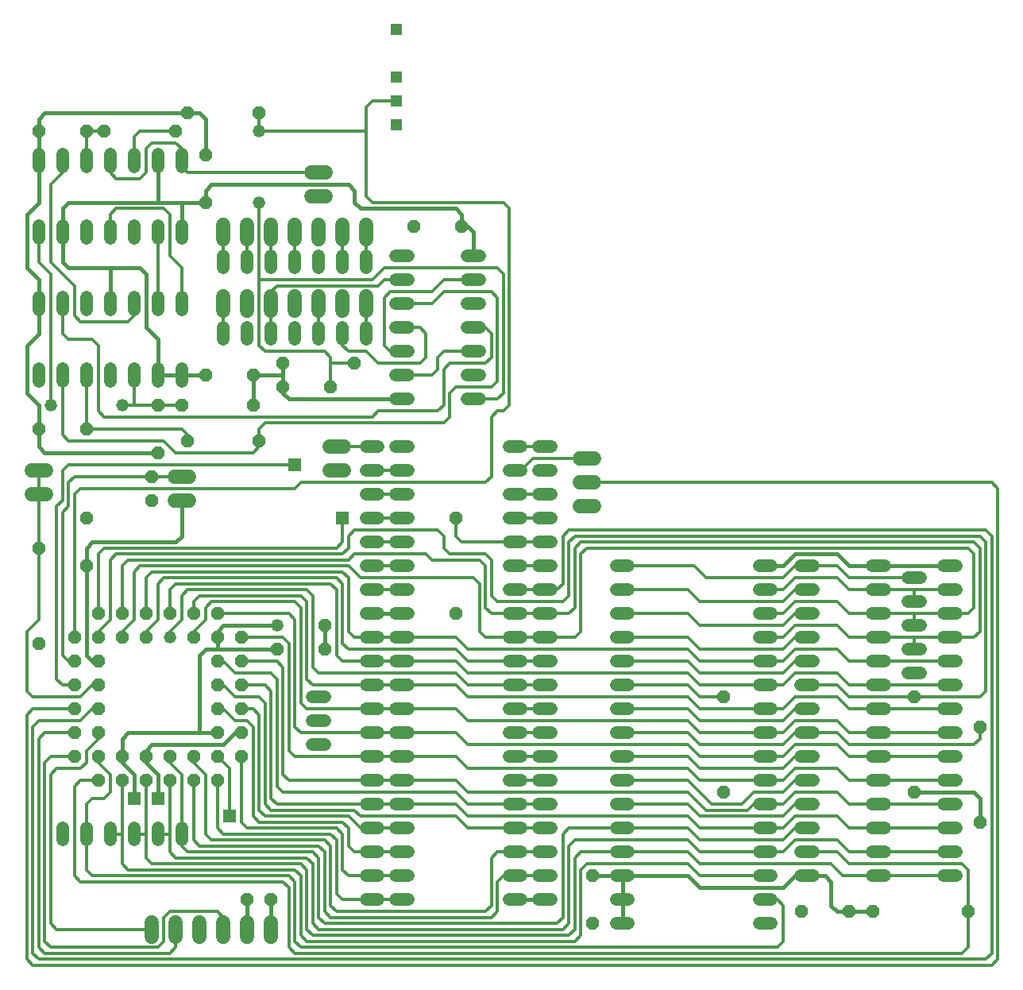
<source format=gbl>
G75*
G70*
%OFA0B0*%
%FSLAX24Y24*%
%IPPOS*%
%LPD*%
%AMOC8*
5,1,8,0,0,1.08239X$1,22.5*
%
%ADD10C,0.0520*%
%ADD11OC8,0.0520*%
%ADD12C,0.0600*%
%ADD13C,0.0520*%
%ADD14R,0.0515X0.0515*%
%ADD15C,0.0160*%
%ADD16C,0.0120*%
%ADD17R,0.0531X0.0531*%
D10*
X003374Y006150D02*
X003374Y006670D01*
X004374Y006670D02*
X004374Y006150D01*
X005374Y006150D02*
X005374Y006670D01*
X006374Y006670D02*
X006374Y006150D01*
X007374Y006150D02*
X007374Y006670D01*
X008374Y006670D02*
X008374Y006150D01*
X013864Y010160D02*
X014384Y010160D01*
X014384Y011160D02*
X013864Y011160D01*
X013864Y012160D02*
X014384Y012160D01*
X016114Y011660D02*
X016634Y011660D01*
X017364Y011660D02*
X017884Y011660D01*
X017884Y010660D02*
X017364Y010660D01*
X016634Y010660D02*
X016114Y010660D01*
X016114Y009660D02*
X016634Y009660D01*
X017364Y009660D02*
X017884Y009660D01*
X017884Y008660D02*
X017364Y008660D01*
X016634Y008660D02*
X016114Y008660D01*
X016114Y007660D02*
X016634Y007660D01*
X017364Y007660D02*
X017884Y007660D01*
X017884Y006660D02*
X017364Y006660D01*
X016634Y006660D02*
X016114Y006660D01*
X016114Y005660D02*
X016634Y005660D01*
X017364Y005660D02*
X017884Y005660D01*
X017884Y004660D02*
X017364Y004660D01*
X016634Y004660D02*
X016114Y004660D01*
X016114Y003660D02*
X016634Y003660D01*
X017364Y003660D02*
X017884Y003660D01*
X022114Y003660D02*
X022634Y003660D01*
X023364Y003660D02*
X023884Y003660D01*
X023884Y004660D02*
X023364Y004660D01*
X022634Y004660D02*
X022114Y004660D01*
X022114Y005660D02*
X022634Y005660D01*
X023364Y005660D02*
X023884Y005660D01*
X023884Y006660D02*
X023364Y006660D01*
X022634Y006660D02*
X022114Y006660D01*
X022114Y007660D02*
X022634Y007660D01*
X023364Y007660D02*
X023884Y007660D01*
X023884Y008660D02*
X023364Y008660D01*
X022634Y008660D02*
X022114Y008660D01*
X022114Y009660D02*
X022634Y009660D01*
X023364Y009660D02*
X023884Y009660D01*
X023884Y010660D02*
X023364Y010660D01*
X022634Y010660D02*
X022114Y010660D01*
X022114Y011660D02*
X022634Y011660D01*
X023364Y011660D02*
X023884Y011660D01*
X023884Y012660D02*
X023364Y012660D01*
X022634Y012660D02*
X022114Y012660D01*
X022114Y013660D02*
X022634Y013660D01*
X023364Y013660D02*
X023884Y013660D01*
X023884Y014660D02*
X023364Y014660D01*
X022634Y014660D02*
X022114Y014660D01*
X022114Y015660D02*
X022634Y015660D01*
X023364Y015660D02*
X023884Y015660D01*
X023884Y016660D02*
X023364Y016660D01*
X022634Y016660D02*
X022114Y016660D01*
X022114Y017660D02*
X022634Y017660D01*
X023364Y017660D02*
X023884Y017660D01*
X023884Y018660D02*
X023364Y018660D01*
X022634Y018660D02*
X022114Y018660D01*
X022114Y019660D02*
X022634Y019660D01*
X023364Y019660D02*
X023884Y019660D01*
X023884Y020660D02*
X023364Y020660D01*
X022634Y020660D02*
X022114Y020660D01*
X022114Y021660D02*
X022634Y021660D01*
X023364Y021660D02*
X023884Y021660D01*
X023884Y022660D02*
X023364Y022660D01*
X022634Y022660D02*
X022114Y022660D01*
X020884Y024660D02*
X020364Y024660D01*
X020364Y025660D02*
X020884Y025660D01*
X020884Y026660D02*
X020364Y026660D01*
X020364Y027660D02*
X020884Y027660D01*
X020884Y028660D02*
X020364Y028660D01*
X020364Y029660D02*
X020884Y029660D01*
X020884Y030660D02*
X020364Y030660D01*
X017884Y030660D02*
X017364Y030660D01*
X017364Y029660D02*
X017884Y029660D01*
X017884Y028660D02*
X017364Y028660D01*
X017364Y027660D02*
X017884Y027660D01*
X017884Y026660D02*
X017364Y026660D01*
X017364Y025660D02*
X017884Y025660D01*
X017884Y024660D02*
X017364Y024660D01*
X017364Y022660D02*
X017884Y022660D01*
X017884Y021660D02*
X017364Y021660D01*
X016634Y021660D02*
X016114Y021660D01*
X016114Y020660D02*
X016634Y020660D01*
X017364Y020660D02*
X017884Y020660D01*
X017884Y019660D02*
X017364Y019660D01*
X016634Y019660D02*
X016114Y019660D01*
X016114Y018660D02*
X016634Y018660D01*
X017364Y018660D02*
X017884Y018660D01*
X017884Y017660D02*
X017364Y017660D01*
X016634Y017660D02*
X016114Y017660D01*
X016114Y016660D02*
X016634Y016660D01*
X017364Y016660D02*
X017884Y016660D01*
X017884Y015660D02*
X017364Y015660D01*
X016634Y015660D02*
X016114Y015660D01*
X016114Y014660D02*
X016634Y014660D01*
X017364Y014660D02*
X017884Y014660D01*
X017884Y013660D02*
X017364Y013660D01*
X016634Y013660D02*
X016114Y013660D01*
X016114Y012660D02*
X016634Y012660D01*
X017364Y012660D02*
X017884Y012660D01*
X026614Y012660D02*
X027134Y012660D01*
X027134Y011660D02*
X026614Y011660D01*
X026614Y010660D02*
X027134Y010660D01*
X027134Y009660D02*
X026614Y009660D01*
X026614Y008660D02*
X027134Y008660D01*
X027134Y007660D02*
X026614Y007660D01*
X026614Y006660D02*
X027134Y006660D01*
X027134Y005660D02*
X026614Y005660D01*
X026614Y004660D02*
X027134Y004660D01*
X027134Y003660D02*
X026614Y003660D01*
X026614Y002660D02*
X027134Y002660D01*
X032614Y002660D02*
X033134Y002660D01*
X033134Y003660D02*
X032614Y003660D01*
X032614Y004660D02*
X033134Y004660D01*
X033134Y005660D02*
X032614Y005660D01*
X032614Y006660D02*
X033134Y006660D01*
X033134Y007660D02*
X032614Y007660D01*
X032614Y008660D02*
X033134Y008660D01*
X033134Y009660D02*
X032614Y009660D01*
X032614Y010660D02*
X033134Y010660D01*
X033134Y011660D02*
X032614Y011660D01*
X032614Y012660D02*
X033134Y012660D01*
X033134Y013660D02*
X032614Y013660D01*
X032614Y014660D02*
X033134Y014660D01*
X033134Y015660D02*
X032614Y015660D01*
X032614Y016660D02*
X033134Y016660D01*
X033134Y017660D02*
X032614Y017660D01*
X034364Y017660D02*
X034884Y017660D01*
X034364Y017660D01*
X034364Y016660D02*
X034884Y016660D01*
X034364Y016660D01*
X034364Y015660D02*
X034884Y015660D01*
X034364Y015660D01*
X034364Y014660D02*
X034884Y014660D01*
X034364Y014660D01*
X034364Y013660D02*
X034884Y013660D01*
X034364Y013660D01*
X034364Y012660D02*
X034884Y012660D01*
X034364Y012660D01*
X034364Y011660D02*
X034884Y011660D01*
X034364Y011660D01*
X034364Y010660D02*
X034884Y010660D01*
X034364Y010660D01*
X034364Y009660D02*
X034884Y009660D01*
X034364Y009660D01*
X034364Y008660D02*
X034884Y008660D01*
X034364Y008660D01*
X034364Y007660D02*
X034884Y007660D01*
X034364Y007660D01*
X034364Y006660D02*
X034884Y006660D01*
X034364Y006660D01*
X034364Y005660D02*
X034884Y005660D01*
X034364Y005660D01*
X034364Y004660D02*
X034884Y004660D01*
X034364Y004660D01*
X037364Y004660D02*
X037884Y004660D01*
X037884Y005660D02*
X037364Y005660D01*
X037364Y006660D02*
X037884Y006660D01*
X037884Y007660D02*
X037364Y007660D01*
X037364Y008660D02*
X037884Y008660D01*
X037884Y009660D02*
X037364Y009660D01*
X037364Y010660D02*
X037884Y010660D01*
X037884Y011660D02*
X037364Y011660D01*
X037364Y012660D02*
X037884Y012660D01*
X037884Y013660D02*
X037364Y013660D01*
X037364Y014660D02*
X037884Y014660D01*
X037884Y015660D02*
X037364Y015660D01*
X037364Y016660D02*
X037884Y016660D01*
X037884Y017660D02*
X037364Y017660D01*
X038864Y017160D02*
X039384Y017160D01*
X039384Y016160D02*
X038864Y016160D01*
X038864Y015160D02*
X039384Y015160D01*
X039384Y014160D02*
X038864Y014160D01*
X038864Y013160D02*
X039384Y013160D01*
X040364Y012660D02*
X040884Y012660D01*
X040884Y011660D02*
X040364Y011660D01*
X040364Y010660D02*
X040884Y010660D01*
X040884Y009660D02*
X040364Y009660D01*
X040364Y008660D02*
X040884Y008660D01*
X040884Y007660D02*
X040364Y007660D01*
X040364Y006660D02*
X040884Y006660D01*
X040884Y005660D02*
X040364Y005660D01*
X040364Y004660D02*
X040884Y004660D01*
X040884Y013660D02*
X040364Y013660D01*
X040364Y014660D02*
X040884Y014660D01*
X040884Y015660D02*
X040364Y015660D01*
X040364Y016660D02*
X040884Y016660D01*
X040884Y017660D02*
X040364Y017660D01*
X027134Y017660D02*
X026614Y017660D01*
X026614Y016660D02*
X027134Y016660D01*
X027134Y015660D02*
X026614Y015660D01*
X026614Y014660D02*
X027134Y014660D01*
X027134Y013660D02*
X026614Y013660D01*
X016634Y022660D02*
X016114Y022660D01*
X016124Y027150D02*
X016124Y027670D01*
X015124Y027670D02*
X015124Y027150D01*
X014124Y027150D02*
X014124Y027670D01*
X013124Y027670D02*
X013124Y027150D01*
X012124Y027150D02*
X012124Y027670D01*
X011124Y027670D02*
X011124Y027150D01*
X010124Y027150D02*
X010124Y027670D01*
X008374Y028400D02*
X008374Y028920D01*
X007374Y028920D02*
X007374Y028400D01*
X006374Y028400D02*
X006374Y028920D01*
X005374Y028920D02*
X005374Y028400D01*
X004374Y028400D02*
X004374Y028920D01*
X003374Y028920D02*
X003374Y028400D01*
X002374Y028400D02*
X002374Y028920D01*
X002374Y031400D02*
X002374Y031920D01*
X003374Y031920D02*
X003374Y031400D01*
X004374Y031400D02*
X004374Y031920D01*
X005374Y031920D02*
X005374Y031400D01*
X006374Y031400D02*
X006374Y031920D01*
X007374Y031920D02*
X007374Y031400D01*
X008374Y031400D02*
X008374Y031920D01*
X010124Y030670D02*
X010124Y030150D01*
X011124Y030150D02*
X011124Y030670D01*
X012124Y030670D02*
X012124Y030150D01*
X013124Y030150D02*
X013124Y030670D01*
X014124Y030670D02*
X014124Y030150D01*
X015124Y030150D02*
X015124Y030670D01*
X016124Y030670D02*
X016124Y030150D01*
X008374Y025920D02*
X008374Y025400D01*
X007374Y025400D02*
X007374Y025920D01*
X006374Y025920D02*
X006374Y025400D01*
X005374Y025400D02*
X005374Y025920D01*
X004374Y025920D02*
X004374Y025400D01*
X003374Y025400D02*
X003374Y025920D01*
X002374Y025920D02*
X002374Y025400D01*
X002374Y034400D02*
X002374Y034920D01*
X003374Y034920D02*
X003374Y034400D01*
X004374Y034400D02*
X004374Y034920D01*
X005374Y034920D02*
X005374Y034400D01*
X006374Y034400D02*
X006374Y034920D01*
X007374Y034920D02*
X007374Y034400D01*
X008374Y034400D02*
X008374Y034920D01*
D11*
X009374Y034910D03*
X008124Y035910D03*
X008624Y036660D03*
X011624Y036660D03*
X009374Y032910D03*
X005124Y035910D03*
X004374Y035910D03*
X002374Y035910D03*
X009374Y025660D03*
X008374Y024410D03*
X007374Y024410D03*
X008624Y022910D03*
X007374Y022410D03*
X007124Y021410D03*
X007124Y020410D03*
X004374Y019660D03*
X004374Y017660D03*
X004874Y015660D03*
X004874Y014660D03*
X005874Y014660D03*
X005874Y015660D03*
X006874Y015660D03*
X006874Y014660D03*
X007874Y015660D03*
X008874Y015660D03*
X008874Y014660D03*
X009874Y014660D03*
X009874Y015660D03*
X010874Y014660D03*
X010874Y013660D03*
X009874Y013660D03*
X009874Y012660D03*
X009874Y011660D03*
X009874Y010660D03*
X009874Y009660D03*
X008874Y009660D03*
X007874Y009660D03*
X007874Y008660D03*
X008874Y008660D03*
X009874Y008660D03*
X010874Y009660D03*
X010874Y010660D03*
X010874Y011660D03*
X010874Y012660D03*
X012374Y014160D03*
X014374Y014160D03*
X014374Y015160D03*
X019874Y015660D03*
X019874Y019660D03*
X014624Y025160D03*
X015624Y026160D03*
X012624Y026160D03*
X012624Y025160D03*
X011374Y025660D03*
X011374Y024410D03*
X011624Y022910D03*
X004374Y023410D03*
X002374Y023410D03*
X002374Y018410D03*
X003874Y014660D03*
X003874Y013660D03*
X003874Y012660D03*
X003874Y011660D03*
X003874Y010660D03*
X003874Y009660D03*
X004874Y009660D03*
X004874Y008660D03*
X005874Y008660D03*
X005874Y009660D03*
X006874Y009660D03*
X006874Y008660D03*
X004874Y010660D03*
X004874Y011660D03*
X004874Y012660D03*
X004874Y013660D03*
X002374Y014410D03*
X011124Y003660D03*
X012124Y003660D03*
X025624Y002660D03*
X025624Y004660D03*
X031124Y008160D03*
X031124Y012160D03*
X039124Y012160D03*
X041874Y010910D03*
X039124Y008160D03*
X041874Y006910D03*
X041374Y003160D03*
X037374Y003160D03*
X036374Y003160D03*
X034374Y003160D03*
X020124Y031910D03*
X018124Y031910D03*
D12*
X016124Y031960D02*
X016124Y031360D01*
X015124Y031360D02*
X015124Y031960D01*
X014124Y031960D02*
X014124Y031360D01*
X013124Y031360D02*
X013124Y031960D01*
X013824Y033160D02*
X014424Y033160D01*
X014424Y034160D02*
X013824Y034160D01*
X012124Y031960D02*
X012124Y031360D01*
X011124Y031360D02*
X011124Y031960D01*
X010124Y031960D02*
X010124Y031360D01*
X010124Y028960D02*
X010124Y028360D01*
X011124Y028360D02*
X011124Y028960D01*
X012124Y028960D02*
X012124Y028360D01*
X013124Y028360D02*
X013124Y028960D01*
X014124Y028960D02*
X014124Y028360D01*
X015124Y028360D02*
X015124Y028960D01*
X016124Y028960D02*
X016124Y028360D01*
X015174Y022660D02*
X014574Y022660D01*
X014574Y021660D02*
X015174Y021660D01*
X008674Y021410D02*
X008074Y021410D01*
X008074Y020410D02*
X008674Y020410D01*
X002674Y020660D02*
X002074Y020660D01*
X002074Y021660D02*
X002674Y021660D01*
X007124Y002710D02*
X007124Y002110D01*
X008124Y002110D02*
X008124Y002710D01*
X009124Y002710D02*
X009124Y002110D01*
X010124Y002110D02*
X010124Y002710D01*
X011124Y002710D02*
X011124Y002110D01*
X012124Y002110D02*
X012124Y002710D01*
X025074Y020160D02*
X025674Y020160D01*
X025674Y021160D02*
X025074Y021160D01*
X025074Y022160D02*
X025674Y022160D01*
D13*
X012374Y015160D03*
X007874Y014660D03*
X005874Y024410D03*
X002874Y024410D03*
X011624Y032910D03*
X011624Y035910D03*
D14*
X017374Y036160D03*
X017374Y037160D03*
X017374Y038160D03*
X017374Y040160D03*
D15*
X015374Y033660D02*
X015624Y033410D01*
X015624Y032910D01*
X015874Y032660D01*
X019874Y032660D01*
X020124Y032410D01*
X020124Y031910D01*
X020374Y031910D01*
X020624Y031660D01*
X020624Y030660D01*
X015374Y033660D02*
X009624Y033660D01*
X009374Y033410D01*
X009374Y032910D01*
X008374Y032910D01*
X008374Y031660D01*
X008374Y032910D02*
X007374Y032910D01*
X007374Y034660D01*
X007374Y032910D02*
X003624Y032910D01*
X003374Y032660D01*
X003374Y031660D01*
X003374Y030410D01*
X003624Y030160D01*
X005374Y030160D01*
X005374Y028660D01*
X006874Y027660D02*
X006874Y029910D01*
X006624Y030160D01*
X005374Y030160D01*
X006874Y027660D02*
X007374Y027160D01*
X007374Y025660D01*
X008374Y025660D01*
X009374Y025660D01*
X011374Y025660D02*
X011374Y024410D01*
X012624Y024910D02*
X012624Y025160D01*
X012624Y025660D01*
X012624Y026160D01*
X012624Y025660D02*
X011374Y025660D01*
X012624Y024910D02*
X012874Y024660D01*
X017624Y024660D01*
X017624Y015660D02*
X016374Y015660D01*
X014374Y015160D02*
X014374Y014160D01*
X012374Y014160D02*
X009874Y014160D01*
X009874Y014660D01*
X009874Y014910D01*
X010124Y015160D01*
X012374Y015160D01*
X009874Y014160D02*
X009374Y014160D01*
X009124Y013910D01*
X009124Y010660D01*
X006124Y010660D01*
X005874Y010410D01*
X005874Y009660D01*
X005874Y009410D01*
X006374Y008910D01*
X006374Y007910D01*
X007374Y007910D02*
X007374Y008910D01*
X006874Y009410D01*
X006874Y009660D01*
X006874Y009910D01*
X007124Y010160D01*
X010124Y010160D01*
X010624Y010660D01*
X010874Y010660D01*
X009874Y010660D02*
X009124Y010660D01*
X004874Y013660D02*
X004624Y013660D01*
X004374Y013910D01*
X004374Y017660D01*
X004374Y018410D01*
X004624Y018660D01*
X008124Y018660D01*
X008374Y018910D01*
X008374Y020410D01*
X007374Y022410D02*
X002624Y022410D01*
X002374Y022660D01*
X002374Y023410D01*
X002374Y024410D01*
X001874Y024910D01*
X001874Y026910D01*
X002374Y027410D01*
X002374Y028660D01*
X002374Y029660D01*
X001874Y030160D01*
X001874Y032410D01*
X002374Y032910D01*
X002374Y034660D01*
X002374Y035910D01*
X002374Y036410D01*
X002624Y036660D01*
X008624Y036660D01*
X009124Y036660D01*
X009374Y036410D01*
X009374Y034910D01*
X032874Y017660D02*
X033624Y017660D01*
X034124Y018160D01*
X035874Y018160D01*
X036374Y017660D01*
X037624Y017660D01*
X040624Y017660D01*
X041624Y008160D02*
X039124Y008160D01*
X041624Y008160D02*
X041874Y007910D01*
X041874Y006910D01*
X037374Y003160D02*
X036374Y003160D01*
X035874Y003160D01*
X035624Y003410D01*
X035624Y004410D01*
X035374Y004660D01*
X034624Y004660D01*
X034124Y004660D01*
X033624Y004160D01*
X030124Y004160D01*
X029624Y004660D01*
X026874Y004660D01*
X025624Y004660D01*
X026874Y004660D02*
X026874Y003660D01*
X026874Y002660D01*
X023624Y003660D02*
X022374Y003660D01*
X012124Y003660D02*
X012124Y002410D01*
X011124Y002410D02*
X011124Y003660D01*
D16*
X002124Y000910D02*
X001874Y001160D01*
X001874Y011410D01*
X002124Y011660D01*
X003874Y011660D01*
X004124Y011160D02*
X004624Y011660D01*
X004874Y011660D01*
X004124Y012160D02*
X004624Y012660D01*
X004874Y012660D01*
X004124Y012160D02*
X002124Y012160D01*
X001874Y012410D01*
X001874Y014910D01*
X002374Y015410D01*
X002374Y018410D01*
X002374Y020660D01*
X002374Y021660D01*
X003374Y021660D02*
X003624Y021910D01*
X013124Y021910D01*
X013374Y021160D02*
X021124Y021160D01*
X021374Y021410D01*
X021374Y023910D01*
X021624Y024160D01*
X021874Y024160D01*
X022124Y024410D01*
X022124Y032660D01*
X021874Y032910D01*
X016374Y032910D01*
X016124Y033160D01*
X016124Y035910D01*
X016124Y036910D01*
X016374Y037160D01*
X017374Y037160D01*
X016124Y035910D02*
X011624Y035910D01*
X011624Y036660D01*
X014124Y034160D02*
X008624Y034160D01*
X008374Y034410D01*
X008374Y034660D01*
X008374Y035160D01*
X008124Y035410D01*
X007124Y035410D01*
X006874Y035160D01*
X006874Y034160D01*
X006624Y033910D01*
X005624Y033910D01*
X005374Y034160D01*
X005374Y034660D01*
X004374Y034660D02*
X004374Y035910D01*
X005124Y035910D01*
X006374Y035660D02*
X006374Y034660D01*
X006374Y035660D02*
X006624Y035910D01*
X008124Y035910D01*
X007624Y032660D02*
X005624Y032660D01*
X005374Y032410D01*
X005374Y031660D01*
X007374Y031660D02*
X007374Y028660D01*
X006374Y028660D02*
X006374Y028160D01*
X006124Y027910D01*
X004124Y027910D01*
X003874Y028160D01*
X003874Y029410D01*
X002874Y030410D01*
X002874Y033660D01*
X003374Y034160D01*
X003374Y034660D01*
X002374Y031660D02*
X002374Y030410D01*
X002874Y029910D01*
X002874Y024410D01*
X003374Y023160D02*
X003624Y022910D01*
X007624Y022910D01*
X008124Y022410D01*
X011374Y022410D01*
X011624Y022660D01*
X011624Y022910D01*
X011624Y023410D01*
X011874Y023660D01*
X019374Y023660D01*
X019624Y023910D01*
X019624Y024910D01*
X019874Y025160D01*
X021374Y025160D01*
X021624Y025410D01*
X021624Y028910D01*
X021374Y029160D01*
X019374Y029160D01*
X018874Y028660D01*
X017624Y028660D01*
X017124Y029160D02*
X018874Y029160D01*
X019374Y029660D01*
X020624Y029660D01*
X021624Y030160D02*
X021874Y029910D01*
X021874Y024910D01*
X021624Y024660D01*
X020624Y024660D01*
X019374Y024410D02*
X019374Y025910D01*
X019624Y026160D01*
X021124Y026160D01*
X021374Y026410D01*
X021374Y027410D01*
X021124Y027660D01*
X020624Y027660D01*
X020624Y026660D02*
X019374Y026660D01*
X019124Y026410D01*
X019124Y025910D01*
X018874Y025660D01*
X017624Y025660D01*
X018374Y026160D02*
X016624Y026160D01*
X016124Y026660D01*
X015374Y026660D01*
X015124Y026910D01*
X015124Y027410D01*
X014124Y027410D02*
X014124Y028660D01*
X012374Y029410D02*
X012124Y029160D01*
X012124Y028660D01*
X012124Y027410D01*
X011624Y026910D02*
X011624Y029660D01*
X016374Y029660D01*
X016874Y030160D01*
X021624Y030160D01*
X018624Y027410D02*
X018374Y027660D01*
X017624Y027660D01*
X017624Y026660D02*
X017124Y026660D01*
X016874Y026910D01*
X016874Y028910D01*
X017124Y029160D01*
X016624Y029410D02*
X016874Y029660D01*
X017624Y029660D01*
X016624Y029410D02*
X012374Y029410D01*
X011624Y029660D02*
X011624Y032910D01*
X011124Y031660D02*
X011124Y030410D01*
X010124Y030410D02*
X010124Y031660D01*
X012124Y031660D02*
X012124Y030410D01*
X013124Y030410D02*
X013124Y031660D01*
X015124Y031660D02*
X015124Y030410D01*
X016124Y030410D02*
X016124Y031660D01*
X016124Y028660D02*
X016124Y027410D01*
X015624Y026160D02*
X014624Y026160D01*
X014624Y025160D01*
X014624Y026160D02*
X014624Y026410D01*
X014374Y026660D01*
X011874Y026660D01*
X011624Y026910D01*
X010124Y027410D02*
X010124Y028660D01*
X008374Y028660D02*
X008374Y030160D01*
X007874Y030660D01*
X007874Y032410D01*
X007624Y032660D01*
X003374Y028660D02*
X003374Y027410D01*
X003624Y027160D01*
X004624Y027160D01*
X004874Y026910D01*
X004874Y024160D01*
X005124Y023910D01*
X016374Y023910D01*
X016624Y024160D01*
X019124Y024160D01*
X019374Y024410D01*
X018374Y026160D02*
X018624Y026410D01*
X018624Y027410D01*
X016374Y022660D02*
X014874Y022660D01*
X016374Y021660D02*
X017624Y021660D01*
X017624Y020660D02*
X016374Y020660D01*
X016374Y019660D02*
X017624Y019660D01*
X017624Y018660D02*
X016374Y018660D01*
X015624Y019160D02*
X015374Y018910D01*
X015374Y018410D01*
X015124Y018160D01*
X005624Y018160D01*
X005374Y017910D01*
X005374Y015410D01*
X004874Y014910D01*
X004874Y014660D01*
X004874Y015660D02*
X004874Y018160D01*
X005124Y018410D01*
X014874Y018410D01*
X015124Y018660D01*
X015124Y019660D01*
X015624Y019160D02*
X019124Y019160D01*
X019374Y018910D01*
X019374Y018410D01*
X019624Y018160D01*
X021124Y018160D01*
X021374Y017910D01*
X021374Y016410D01*
X021624Y016160D01*
X024374Y016160D01*
X024624Y016410D01*
X024624Y018660D01*
X024874Y018910D01*
X041874Y018910D01*
X042124Y018660D01*
X042124Y012410D01*
X041874Y012160D01*
X039124Y012160D01*
X036374Y012160D01*
X035874Y012660D01*
X034624Y012660D01*
X034124Y012160D02*
X033624Y011660D01*
X032874Y011660D01*
X030124Y011660D01*
X029624Y012160D01*
X020374Y012160D01*
X019874Y012660D01*
X017624Y012660D01*
X016374Y012660D01*
X013874Y012660D01*
X013624Y012910D01*
X013624Y016160D01*
X013374Y016410D01*
X009124Y016410D01*
X008874Y016160D01*
X008874Y015660D01*
X008374Y015410D02*
X007874Y014910D01*
X007874Y014660D01*
X008374Y015410D02*
X008374Y016410D01*
X008624Y016660D01*
X013624Y016660D01*
X013874Y016410D01*
X013874Y013410D01*
X014124Y013160D01*
X019874Y013160D01*
X020374Y012660D01*
X022374Y012660D01*
X023624Y012660D01*
X023624Y011660D02*
X022374Y011660D01*
X022374Y010660D02*
X023624Y010660D01*
X023624Y009660D02*
X022374Y009660D01*
X022374Y008660D02*
X023624Y008660D01*
X023624Y007660D02*
X022374Y007660D01*
X020374Y007660D01*
X019874Y008160D01*
X012624Y008160D01*
X012374Y008410D01*
X012374Y012910D01*
X012124Y013160D01*
X010624Y013160D01*
X010124Y013660D01*
X009874Y013660D01*
X009874Y012660D02*
X010124Y012660D01*
X010624Y012160D01*
X011624Y012160D01*
X011874Y011910D01*
X011874Y007660D01*
X012124Y007410D01*
X015624Y007410D01*
X015874Y007160D01*
X019874Y007160D01*
X020374Y006660D01*
X022374Y006660D01*
X023624Y006660D01*
X024374Y006410D02*
X024624Y006660D01*
X026874Y006660D01*
X029624Y006660D01*
X030124Y006160D01*
X033624Y006160D01*
X034124Y006660D01*
X034624Y006660D01*
X034124Y006160D02*
X035874Y006160D01*
X036374Y005660D01*
X037624Y005660D01*
X040624Y005660D01*
X041124Y005160D02*
X036374Y005160D01*
X035874Y005660D01*
X034624Y005660D01*
X034124Y006160D02*
X033624Y005660D01*
X032874Y005660D01*
X030124Y005660D01*
X029624Y006160D01*
X024874Y006160D01*
X024624Y005910D01*
X024624Y002660D01*
X024374Y002410D01*
X014124Y002410D01*
X013874Y002660D01*
X013874Y005160D01*
X013624Y005410D01*
X008124Y005410D01*
X007874Y005660D01*
X007874Y006410D01*
X007374Y006410D01*
X006874Y006410D02*
X006374Y006410D01*
X005874Y006410D02*
X005374Y006410D01*
X005874Y006410D02*
X005874Y008660D01*
X005374Y008910D02*
X005374Y008160D01*
X005124Y007910D01*
X004624Y007910D01*
X004374Y007660D01*
X004374Y006410D01*
X004374Y004910D01*
X004624Y004660D01*
X012874Y004660D01*
X013124Y004410D01*
X013124Y001910D01*
X013374Y001660D01*
X033374Y001660D01*
X033624Y001910D01*
X033624Y003410D01*
X033374Y003660D01*
X032874Y003660D01*
X032874Y004660D02*
X030124Y004660D01*
X029624Y005160D01*
X025374Y005160D01*
X025124Y004910D01*
X025124Y002160D01*
X024874Y001910D01*
X013624Y001910D01*
X013374Y002160D01*
X013374Y004660D01*
X013124Y004910D01*
X006124Y004910D01*
X005874Y005160D01*
X005874Y006410D01*
X006874Y006410D02*
X006874Y008660D01*
X007874Y008660D02*
X007874Y006410D01*
X008374Y006410D02*
X008374Y008910D01*
X007874Y009410D01*
X007874Y009660D01*
X008874Y009660D02*
X008874Y009410D01*
X009374Y008910D01*
X009374Y006410D01*
X009624Y006160D01*
X014374Y006160D01*
X014624Y005910D01*
X014624Y003410D01*
X014874Y003160D01*
X021124Y003160D01*
X021374Y003410D01*
X021374Y005410D01*
X021624Y005660D01*
X022374Y005660D01*
X023624Y005660D01*
X023624Y004660D02*
X022374Y004660D01*
X021874Y004660D01*
X021624Y004410D01*
X021624Y003160D01*
X021374Y002910D01*
X014624Y002910D01*
X014374Y003160D01*
X014374Y005660D01*
X014124Y005910D01*
X009124Y005910D01*
X008874Y006160D01*
X008874Y008660D01*
X009874Y008660D02*
X009874Y006660D01*
X010124Y006410D01*
X014624Y006410D01*
X014874Y006160D01*
X014874Y003910D01*
X015124Y003660D01*
X016374Y003660D01*
X017624Y003660D01*
X017624Y004660D02*
X016374Y004660D01*
X015374Y004660D01*
X015124Y004910D01*
X015124Y006410D01*
X014874Y006660D01*
X011124Y006660D01*
X010874Y006910D01*
X010874Y009660D01*
X010374Y009160D02*
X009874Y009660D01*
X010374Y009160D02*
X010374Y007160D01*
X011374Y007160D02*
X011374Y010910D01*
X011124Y011160D01*
X010624Y011160D01*
X010124Y011660D01*
X009874Y011660D01*
X010874Y011660D02*
X011374Y011660D01*
X011624Y011410D01*
X011624Y007410D01*
X011874Y007160D01*
X015374Y007160D01*
X015874Y006660D01*
X016374Y006660D01*
X017624Y006660D01*
X017624Y005660D02*
X016374Y005660D01*
X015624Y005660D01*
X015374Y005910D01*
X015374Y006660D01*
X015124Y006910D01*
X011624Y006910D01*
X011374Y007160D01*
X012124Y007910D02*
X012374Y007660D01*
X016374Y007660D01*
X017624Y007660D01*
X019874Y007660D01*
X020374Y007160D01*
X029624Y007160D01*
X030124Y006660D01*
X032874Y006660D01*
X033624Y006660D01*
X034124Y007160D01*
X035874Y007160D01*
X036374Y006660D01*
X037624Y006660D01*
X040624Y006660D01*
X040624Y007660D02*
X037624Y007660D01*
X036374Y007660D01*
X035874Y008160D01*
X034124Y008160D01*
X033624Y007660D01*
X032874Y007660D01*
X032374Y007660D01*
X032124Y007410D01*
X030374Y007410D01*
X029624Y008160D01*
X020374Y008160D01*
X019874Y008660D01*
X017624Y008660D01*
X016374Y008660D01*
X012874Y008660D01*
X012624Y008910D01*
X012624Y013410D01*
X012374Y013660D01*
X010874Y013660D01*
X010874Y012660D02*
X011874Y012660D01*
X012124Y012410D01*
X012124Y007910D01*
X013124Y009660D02*
X012874Y009910D01*
X012874Y014410D01*
X012624Y014660D01*
X010874Y014660D01*
X009874Y015660D02*
X012874Y015660D01*
X013124Y015410D01*
X013124Y010910D01*
X013374Y010660D01*
X016374Y010660D01*
X017624Y010660D01*
X019874Y010660D01*
X020374Y010160D01*
X029624Y010160D01*
X030124Y009660D01*
X032874Y009660D01*
X033624Y009660D01*
X034124Y010160D01*
X035874Y010160D01*
X036374Y009660D01*
X037624Y009660D01*
X040624Y009660D01*
X040624Y008660D02*
X037624Y008660D01*
X036374Y008660D01*
X035874Y009160D01*
X034124Y009160D01*
X033624Y008660D01*
X032874Y008660D01*
X030124Y008660D01*
X029624Y009160D01*
X020374Y009160D01*
X019874Y009660D01*
X017624Y009660D01*
X016374Y009660D01*
X013124Y009660D01*
X013624Y011660D02*
X013374Y011910D01*
X013374Y015910D01*
X013124Y016160D01*
X009624Y016160D01*
X009374Y015910D01*
X009374Y015410D01*
X008874Y014910D01*
X008874Y014660D01*
X007874Y015660D02*
X007874Y016660D01*
X008124Y016910D01*
X014624Y016910D01*
X014874Y016660D01*
X014874Y013910D01*
X015124Y013660D01*
X016374Y013660D01*
X017624Y013660D01*
X019874Y013660D01*
X020374Y013160D01*
X029624Y013160D01*
X030124Y012660D01*
X032874Y012660D01*
X033624Y012660D01*
X034124Y013160D01*
X035874Y013160D01*
X036374Y012660D01*
X037624Y012660D01*
X040624Y012660D01*
X040624Y011660D02*
X037624Y011660D01*
X036374Y011660D01*
X035874Y012160D01*
X034124Y012160D01*
X034124Y011660D02*
X034624Y011660D01*
X034124Y011660D02*
X033624Y011160D01*
X030124Y011160D01*
X029624Y011660D01*
X026874Y011660D01*
X026874Y010660D02*
X029624Y010660D01*
X030124Y010160D01*
X033624Y010160D01*
X034124Y010660D01*
X034624Y010660D01*
X035874Y010660D01*
X036374Y010160D01*
X041624Y010160D01*
X041874Y010410D01*
X041874Y010910D01*
X040624Y010660D02*
X037624Y010660D01*
X036374Y010660D01*
X035874Y011160D01*
X034124Y011160D01*
X033624Y010660D01*
X032874Y010660D01*
X030124Y010660D01*
X029624Y011160D01*
X020374Y011160D01*
X019874Y011660D01*
X017624Y011660D01*
X016374Y011660D01*
X013624Y011660D01*
X015374Y014160D02*
X015124Y014410D01*
X015124Y016910D01*
X014874Y017160D01*
X007624Y017160D01*
X007374Y016910D01*
X007374Y015410D01*
X006874Y014910D01*
X006874Y014660D01*
X006374Y015410D02*
X005874Y014910D01*
X005874Y014660D01*
X006374Y015410D02*
X006374Y017410D01*
X006624Y017660D01*
X015374Y017660D01*
X015874Y017160D01*
X020624Y017160D01*
X020874Y016910D01*
X020874Y014910D01*
X021124Y014660D01*
X022374Y014660D01*
X023624Y014660D01*
X024874Y014660D01*
X025124Y014910D01*
X025124Y018160D01*
X025374Y018410D01*
X041374Y018410D01*
X041624Y018160D01*
X041624Y015910D01*
X041374Y015660D01*
X040624Y015660D01*
X039124Y015660D01*
X039124Y015160D01*
X039124Y014660D02*
X039124Y014160D01*
X039124Y014660D02*
X037624Y014660D01*
X036374Y014660D01*
X035874Y015160D01*
X034124Y015160D01*
X033624Y014660D01*
X032874Y014660D01*
X033624Y014160D02*
X030124Y014160D01*
X029624Y014660D01*
X026874Y014660D01*
X026874Y015660D02*
X029624Y015660D01*
X030124Y015160D01*
X033624Y015160D01*
X034124Y015660D01*
X034624Y015660D01*
X034124Y016160D02*
X035874Y016160D01*
X036374Y015660D01*
X037624Y015660D01*
X039124Y015660D01*
X039124Y016160D02*
X039124Y016660D01*
X037624Y016660D01*
X036374Y016660D01*
X035874Y017160D01*
X034124Y017160D01*
X033624Y016660D01*
X032874Y016660D01*
X033624Y016160D02*
X034124Y016660D01*
X034624Y016660D01*
X034124Y016160D02*
X033624Y015660D01*
X032874Y015660D01*
X033624Y016160D02*
X030124Y016160D01*
X029624Y016660D01*
X026874Y016660D01*
X026874Y017660D02*
X029874Y017660D01*
X030374Y017160D01*
X033624Y017160D01*
X034124Y017660D01*
X034624Y017660D01*
X035874Y017660D01*
X036374Y017160D01*
X039124Y017160D01*
X039124Y016660D02*
X040624Y016660D01*
X040624Y014660D02*
X039124Y014660D01*
X037624Y013660D02*
X040624Y013660D01*
X040624Y014660D02*
X041624Y014660D01*
X041874Y014910D01*
X041874Y018410D01*
X041624Y018660D01*
X025124Y018660D01*
X024874Y018410D01*
X024874Y015910D01*
X024624Y015660D01*
X023624Y015660D01*
X022374Y015660D01*
X021374Y015660D01*
X021124Y015910D01*
X021124Y017660D01*
X020874Y017910D01*
X018874Y017910D01*
X018624Y018160D01*
X015624Y018160D01*
X015374Y017910D01*
X006124Y017910D01*
X005874Y017660D01*
X005874Y015660D01*
X006874Y015660D02*
X006874Y017160D01*
X007124Y017410D01*
X015124Y017410D01*
X015374Y017160D01*
X015374Y014910D01*
X015624Y014660D01*
X016374Y014660D01*
X017624Y014660D01*
X019874Y014660D01*
X020374Y014160D01*
X029624Y014160D01*
X030124Y013660D01*
X032874Y013660D01*
X033624Y013660D01*
X034124Y014160D01*
X035874Y014160D01*
X036374Y013660D01*
X037624Y013660D01*
X034624Y013660D02*
X034124Y013660D01*
X033624Y013160D01*
X030124Y013160D01*
X029624Y013660D01*
X026874Y013660D01*
X026874Y012660D02*
X029624Y012660D01*
X030124Y012160D01*
X031124Y012160D01*
X029624Y009660D02*
X030124Y009160D01*
X033624Y009160D01*
X034124Y009660D01*
X034624Y009660D01*
X034624Y008660D02*
X034124Y008660D01*
X033624Y008160D01*
X032374Y008160D01*
X031874Y007660D01*
X030624Y007660D01*
X030374Y007910D01*
X030124Y008160D01*
X029624Y008660D01*
X026874Y008660D01*
X026874Y009660D02*
X029624Y009660D01*
X029624Y007660D02*
X030124Y007160D01*
X033624Y007160D01*
X034124Y007660D01*
X034624Y007660D01*
X035624Y005160D02*
X036124Y004660D01*
X037624Y004660D01*
X040624Y004660D01*
X041124Y005160D02*
X041374Y004910D01*
X041374Y003160D01*
X041374Y001660D01*
X041124Y001410D01*
X013124Y001410D01*
X012874Y001660D01*
X012874Y004160D01*
X012624Y004410D01*
X005124Y004410D01*
X004124Y004410D01*
X003874Y004660D01*
X003874Y008410D01*
X004124Y008660D01*
X004874Y008660D01*
X005374Y008910D02*
X004874Y009410D01*
X004874Y009660D01*
X004374Y009410D02*
X004124Y009160D01*
X003124Y009160D01*
X002874Y008910D01*
X002874Y002660D01*
X003124Y002410D01*
X007124Y002410D01*
X007624Y001910D02*
X007624Y002910D01*
X007874Y003160D01*
X009874Y003160D01*
X010124Y002910D01*
X010124Y002410D01*
X008124Y002410D02*
X008124Y001660D01*
X007874Y001410D01*
X002624Y001410D01*
X002374Y001660D01*
X002374Y010410D01*
X002624Y010660D01*
X003874Y010660D01*
X004124Y011160D02*
X002374Y011160D01*
X002124Y010910D01*
X002124Y001410D01*
X002374Y001160D01*
X042124Y001160D01*
X042374Y001410D01*
X042374Y018910D01*
X042124Y019160D01*
X024624Y019160D01*
X024374Y018910D01*
X024374Y016910D01*
X024124Y016660D01*
X023624Y016660D01*
X022374Y016660D01*
X022374Y017660D02*
X023624Y017660D01*
X023624Y018660D02*
X022374Y018660D01*
X020124Y018660D01*
X019874Y018910D01*
X019874Y019660D01*
X017624Y017660D02*
X016374Y017660D01*
X016374Y016660D02*
X017624Y016660D01*
X015374Y014160D02*
X019874Y014160D01*
X020374Y013660D01*
X022374Y013660D01*
X023624Y013660D01*
X026874Y007660D02*
X029624Y007660D01*
X029624Y005660D02*
X030124Y005160D01*
X035624Y005160D01*
X029624Y005660D02*
X026874Y005660D01*
X025124Y005660D01*
X024874Y005410D01*
X024874Y002410D01*
X024624Y002160D01*
X013874Y002160D01*
X013624Y002410D01*
X013624Y004910D01*
X013374Y005160D01*
X007124Y005160D01*
X006874Y005410D01*
X006874Y006410D01*
X008374Y006410D02*
X008374Y005910D01*
X008624Y005660D01*
X013874Y005660D01*
X014124Y005410D01*
X014124Y002910D01*
X014374Y002660D01*
X024124Y002660D01*
X024374Y002910D01*
X024374Y006410D01*
X033624Y014160D02*
X034124Y014660D01*
X034624Y014660D01*
X042374Y021160D02*
X042624Y020910D01*
X042624Y001160D01*
X042374Y000910D01*
X002124Y000910D01*
X002874Y001660D02*
X002624Y001910D01*
X002624Y009410D01*
X002874Y009660D01*
X003874Y009660D01*
X004374Y009410D02*
X004374Y009910D01*
X004874Y010410D01*
X004874Y010660D01*
X003874Y012660D02*
X003374Y012660D01*
X003124Y012910D01*
X003124Y020160D01*
X003374Y020410D01*
X003374Y021660D01*
X003624Y021160D02*
X003874Y021410D01*
X007124Y021410D01*
X008374Y021410D01*
X008624Y022910D02*
X008624Y023160D01*
X008374Y023410D01*
X004374Y023410D01*
X004374Y025660D01*
X003374Y025660D02*
X003374Y023160D01*
X003624Y021160D02*
X003624Y020160D01*
X003374Y019910D01*
X003374Y013910D01*
X003624Y013660D01*
X003874Y013660D01*
X003874Y014660D02*
X003874Y020660D01*
X004124Y020910D01*
X013124Y020910D01*
X013374Y021160D01*
X008374Y024410D02*
X007374Y024410D01*
X006374Y024410D01*
X006374Y025660D01*
X006374Y024410D02*
X005874Y024410D01*
X022374Y022660D02*
X023624Y022660D01*
X023124Y022160D02*
X025374Y022160D01*
X025374Y021160D02*
X042374Y021160D01*
X023624Y020660D02*
X022374Y020660D01*
X022374Y019660D02*
X023624Y019660D01*
X022624Y021660D02*
X023124Y022160D01*
X022624Y021660D02*
X022374Y021660D01*
X007624Y001910D02*
X007374Y001660D01*
X002874Y001660D01*
D17*
X006374Y007910D03*
X007374Y007910D03*
X010374Y007160D03*
X015124Y019660D03*
X013124Y021910D03*
M02*

</source>
